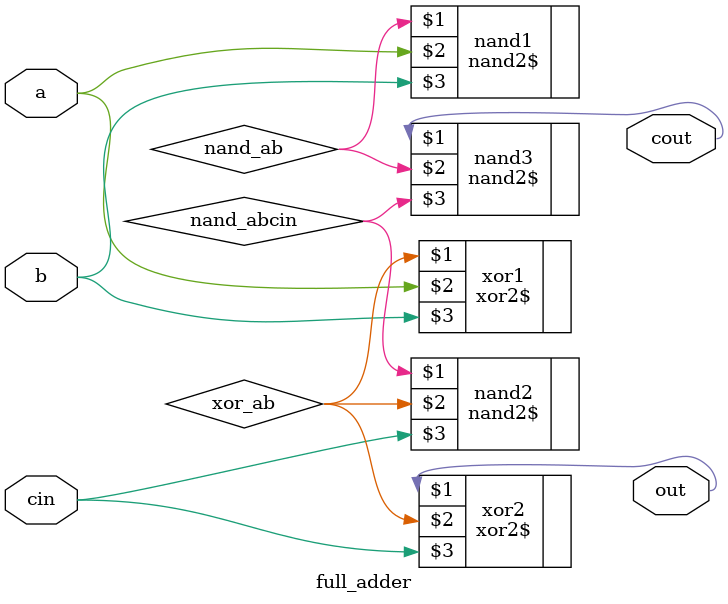
<source format=v>
module full_adder (out, cout, a, b, cin);
    input wire[0:0] a, b, cin;
    output wire[0:0] out, cout;

    wire[0:0] xor_ab, nand_ab, nand_abcin;

    xor2$ xor1 (xor_ab, a, b),
         xor2 (out, xor_ab, cin);
    
    nand2$ nand1 (nand_ab, a, b),
           nand2 (nand_abcin, xor_ab, cin),
           nand3 (cout, nand_ab, nand_abcin);

endmodule


</source>
